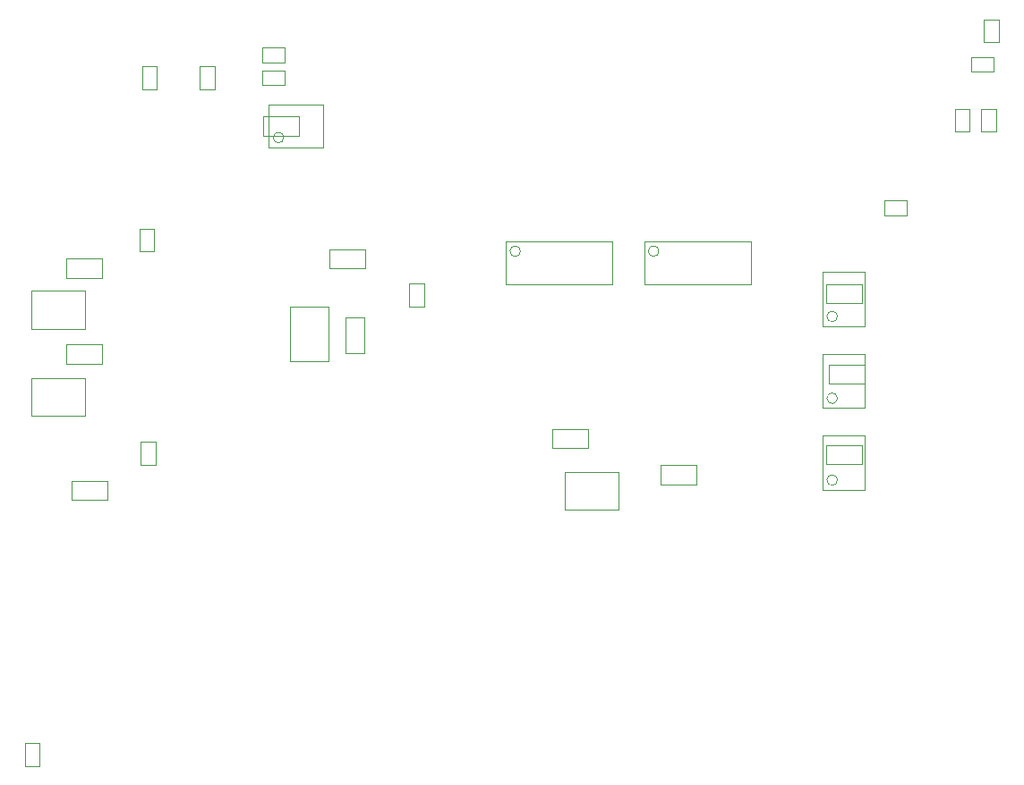
<source format=gbr>
G04 Layer_Color=16711935*
%FSLAX26Y26*%
%MOIN*%
%TF.FileFunction,Other,Mechanical_13*%
%TF.Part,Single*%
G01*
G75*
%TA.AperFunction,NonConductor*%
%ADD82C,0.003937*%
D82*
X2986378Y1955039D02*
G03*
X2986378Y1955039I-19685J0D01*
G01*
X2321299Y2198307D02*
G03*
X2321299Y2198307I-19685J0D01*
G01*
X2986378Y1650039D02*
G03*
X2986378Y1650039I-19685J0D01*
G01*
X1806299Y2198307D02*
G03*
X1806299Y2198307I-19685J0D01*
G01*
X2986378Y1345039D02*
G03*
X2986378Y1345039I-19685J0D01*
G01*
X924409Y2621693D02*
G03*
X924409Y2621693I-19685J0D01*
G01*
X246929Y1779567D02*
Y1850433D01*
X113071Y1779567D02*
Y1850433D01*
Y1779567D02*
X246929D01*
X113071Y1850433D02*
X246929D01*
Y2099567D02*
Y2170433D01*
X113071Y2099567D02*
Y2170433D01*
Y2099567D02*
X246929D01*
X113071Y2170433D02*
X246929D01*
X2056929Y1464567D02*
Y1535433D01*
X1923071Y1464567D02*
Y1535433D01*
Y1464567D02*
X2056929D01*
X1923071Y1535433D02*
X2056929D01*
X2461929Y1329567D02*
Y1400433D01*
X2328071Y1329567D02*
Y1400433D01*
Y1329567D02*
X2461929D01*
X2328071Y1400433D02*
X2461929D01*
X246929Y1779567D02*
Y1850433D01*
X113071Y1779567D02*
Y1850433D01*
X246929D01*
X113071Y1779567D02*
X246929D01*
X266929Y1271567D02*
Y1342433D01*
X133071Y1271567D02*
Y1342433D01*
Y1271567D02*
X266929D01*
X133071Y1342433D02*
X266929D01*
X2943071Y2004252D02*
Y2075118D01*
X3076929Y2004252D02*
Y2075118D01*
X2943071D02*
X3076929D01*
X2943071Y2004252D02*
X3076929D01*
X1154567Y1951929D02*
X1225433D01*
X1154567Y1818071D02*
X1225433D01*
Y1951929D01*
X1154567Y1818071D02*
Y1951929D01*
X1226929Y2134567D02*
Y2205433D01*
X1093071Y2134567D02*
Y2205433D01*
Y2134567D02*
X1226929D01*
X1093071Y2205433D02*
X1226929D01*
X2953071Y1704567D02*
Y1775433D01*
X3086929Y1704567D02*
Y1775433D01*
X2953071D02*
X3086929D01*
X2953071Y1704567D02*
X3086929D01*
X2943071Y1404567D02*
Y1475433D01*
X3076929Y1404567D02*
Y1475433D01*
X2943071D02*
X3076929D01*
X2943071Y1404567D02*
X3076929D01*
X847756Y2629567D02*
Y2700433D01*
X981614Y2629567D02*
Y2700433D01*
X847756Y2629567D02*
X981614D01*
X847756Y2700433D02*
X981614D01*
X-15394Y1909134D02*
X185394D01*
X-15394Y2050866D02*
X185394D01*
Y1909134D02*
Y2050866D01*
X-15394Y1909134D02*
Y2050866D01*
X1969606Y1234134D02*
X2170394D01*
X1969606Y1375866D02*
X2170394D01*
Y1234134D02*
Y1375866D01*
X1969606Y1234134D02*
Y1375866D01*
X-15394Y1584134D02*
X185394D01*
X-15394Y1725866D02*
X185394D01*
Y1584134D02*
Y1725866D01*
X-15394Y1584134D02*
Y1725866D01*
X1090866Y1789606D02*
Y1990394D01*
X949134Y1789606D02*
Y1990394D01*
X1090866D01*
X949134Y1789606D02*
X1090866D01*
X442559Y2197677D02*
Y2282323D01*
X387441Y2197677D02*
Y2282323D01*
X442559D01*
X387441Y2197677D02*
X442559D01*
X-39559Y279677D02*
Y364323D01*
X15559Y279677D02*
Y364323D01*
X-39559D02*
X15559D01*
X-39559Y279677D02*
X15559D01*
X447559Y1402677D02*
Y1487323D01*
X392441Y1402677D02*
Y1487323D01*
X447559D01*
X392441Y1402677D02*
X447559D01*
X1447559Y1992677D02*
Y2077323D01*
X1392441Y1992677D02*
Y2077323D01*
X1447559D01*
X1392441Y1992677D02*
X1447559D01*
X842677Y2957559D02*
X927323D01*
X842677Y2902441D02*
X927323D01*
X842677D02*
Y2957559D01*
X927323Y2902441D02*
Y2957559D01*
X397441Y2802677D02*
Y2887323D01*
X452559Y2802677D02*
Y2887323D01*
X397441Y2802677D02*
X452559D01*
X397441Y2887323D02*
X452559D01*
X3532441Y2977677D02*
Y3062323D01*
X3587559Y2977677D02*
Y3062323D01*
X3532441Y2977677D02*
X3587559D01*
X3532441Y3062323D02*
X3587559D01*
X3482677Y2922559D02*
X3567323D01*
X3482677Y2867441D02*
X3567323D01*
X3482677D02*
Y2922559D01*
X3567323Y2867441D02*
Y2922559D01*
X3160677Y2332441D02*
X3245323D01*
X3160677Y2387559D02*
X3245323D01*
X3160677Y2332441D02*
Y2387559D01*
X3245323Y2332441D02*
Y2387559D01*
X842677Y2872559D02*
X927323D01*
X842677Y2817441D02*
X927323D01*
X842677D02*
Y2872559D01*
X927323Y2817441D02*
Y2872559D01*
X612441Y2802677D02*
Y2887323D01*
X667559Y2802677D02*
Y2887323D01*
X612441Y2802677D02*
X667559D01*
X612441Y2887323D02*
X667559D01*
X3522441Y2643677D02*
Y2728323D01*
X3577559Y2643677D02*
Y2728323D01*
X3522441Y2643677D02*
X3577559D01*
X3522441Y2728323D02*
X3577559D01*
X3423441Y2643677D02*
Y2728323D01*
X3478559Y2643677D02*
Y2728323D01*
X3423441Y2643677D02*
X3478559D01*
X3423441Y2728323D02*
X3478559D01*
X2931260Y1919606D02*
Y2120394D01*
X3088740Y1919606D02*
Y2120394D01*
X2931260Y1919606D02*
X3088740D01*
X2931260Y2120394D02*
X3088740D01*
X2266181Y2233740D02*
X2663819D01*
X2266181Y2076260D02*
X2663819D01*
X2266181D02*
Y2233740D01*
X2663819Y2076260D02*
Y2233740D01*
X2931260Y1614606D02*
Y1815394D01*
X3088740Y1614606D02*
Y1815394D01*
X2931260Y1614606D02*
X3088740D01*
X2931260Y1815394D02*
X3088740D01*
X1751181Y2233740D02*
X2148819D01*
X1751181Y2076260D02*
X2148819D01*
X1751181D02*
Y2233740D01*
X2148819Y2076260D02*
Y2233740D01*
X2931260Y1309606D02*
Y1510394D01*
X3088740Y1309606D02*
Y1510394D01*
X2931260Y1309606D02*
X3088740D01*
X2931260Y1510394D02*
X3088740D01*
X869291Y2586260D02*
X1070079D01*
X869291Y2743740D02*
X1070079D01*
X869291Y2586260D02*
Y2743740D01*
X1070079Y2586260D02*
Y2743740D01*
%TF.MD5,5b7405d4d5b8450c32fd6ec3a907ef52*%
M02*

</source>
